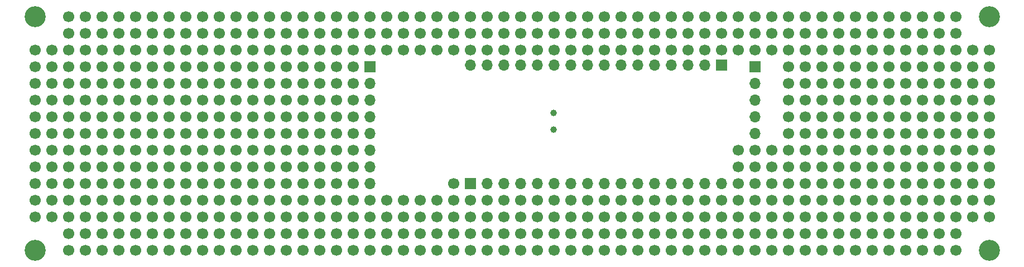
<source format=gbr>
%TF.GenerationSoftware,KiCad,Pcbnew,8.0.0-1.fc39*%
%TF.CreationDate,2024-05-13T23:19:07+02:00*%
%TF.ProjectId,mcu_dev,6d63755f-6465-4762-9e6b-696361645f70,rev?*%
%TF.SameCoordinates,Original*%
%TF.FileFunction,Soldermask,Bot*%
%TF.FilePolarity,Negative*%
%FSLAX46Y46*%
G04 Gerber Fmt 4.6, Leading zero omitted, Abs format (unit mm)*
G04 Created by KiCad (PCBNEW 8.0.0-1.fc39) date 2024-05-13 23:19:07*
%MOMM*%
%LPD*%
G01*
G04 APERTURE LIST*
%ADD10C,1.700000*%
%ADD11C,3.200000*%
%ADD12R,1.700000X1.700000*%
%ADD13O,1.700000X1.700000*%
%ADD14C,1.000000*%
G04 APERTURE END LIST*
D10*
%TO.C,*%
X203200000Y-88900000D03*
%TD*%
%TO.C,*%
X198120000Y-88900000D03*
%TD*%
%TO.C,*%
X200660000Y-88900000D03*
%TD*%
%TO.C,*%
X142240000Y-88900000D03*
%TD*%
%TO.C,*%
X149860000Y-88900000D03*
%TD*%
%TO.C,*%
X139700000Y-88900000D03*
%TD*%
%TO.C,*%
X147320000Y-88900000D03*
%TD*%
%TO.C,*%
X154940000Y-88900000D03*
%TD*%
%TO.C,*%
X144780000Y-88900000D03*
%TD*%
%TO.C,*%
X152400000Y-88900000D03*
%TD*%
%TO.C,*%
X147320000Y-111760000D03*
%TD*%
%TO.C,*%
X144780000Y-111760000D03*
%TD*%
%TO.C,*%
X149860000Y-111760000D03*
%TD*%
%TO.C,*%
X142240000Y-111760000D03*
%TD*%
%TO.C,*%
X139700000Y-111760000D03*
%TD*%
%TO.C,*%
X154940000Y-109220000D03*
%TD*%
%TO.C,*%
X154940000Y-111760000D03*
%TD*%
%TO.C,*%
X152400000Y-111760000D03*
%TD*%
%TO.C,*%
X203200000Y-106680000D03*
%TD*%
%TO.C,*%
X198120000Y-106680000D03*
%TD*%
%TO.C,*%
X200660000Y-104140000D03*
%TD*%
%TO.C,*%
X198120000Y-104140000D03*
%TD*%
%TO.C,*%
X203200000Y-104140000D03*
%TD*%
%TO.C,*%
X200660000Y-106680000D03*
%TD*%
%TO.C,*%
X203200000Y-111760000D03*
%TD*%
%TO.C,*%
X198120000Y-111760000D03*
%TD*%
%TO.C,*%
X200660000Y-109220000D03*
%TD*%
%TO.C,*%
X198120000Y-109220000D03*
%TD*%
%TO.C,*%
X203200000Y-109220000D03*
%TD*%
%TO.C,*%
X200660000Y-111760000D03*
%TD*%
%TO.C,*%
X139700000Y-109220000D03*
%TD*%
%TO.C,*%
X139700000Y-96520000D03*
%TD*%
%TO.C,*%
X139700000Y-101600000D03*
%TD*%
%TO.C,*%
X139700000Y-93980000D03*
%TD*%
%TO.C,*%
X139700000Y-91440000D03*
%TD*%
%TO.C,*%
X139700000Y-99060000D03*
%TD*%
%TO.C,*%
X139700000Y-104140000D03*
%TD*%
%TO.C,*%
X139700000Y-106680000D03*
%TD*%
%TO.C,*%
X180340000Y-111760000D03*
%TD*%
%TO.C,*%
X170180000Y-111760000D03*
%TD*%
%TO.C,*%
X193040000Y-111760000D03*
%TD*%
%TO.C,*%
X185420000Y-111760000D03*
%TD*%
%TO.C,*%
X195580000Y-111760000D03*
%TD*%
%TO.C,*%
X177800000Y-111760000D03*
%TD*%
%TO.C,*%
X187960000Y-111760000D03*
%TD*%
%TO.C,*%
X157480000Y-111760000D03*
%TD*%
%TO.C,*%
X175260000Y-111760000D03*
%TD*%
%TO.C,*%
X172720000Y-111760000D03*
%TD*%
%TO.C,*%
X162560000Y-111760000D03*
%TD*%
%TO.C,*%
X165100000Y-111760000D03*
%TD*%
%TO.C,*%
X167640000Y-111760000D03*
%TD*%
%TO.C,*%
X160020000Y-111760000D03*
%TD*%
%TO.C,*%
X182880000Y-111760000D03*
%TD*%
%TO.C,*%
X190500000Y-111760000D03*
%TD*%
%TO.C,*%
X190500000Y-88900000D03*
%TD*%
%TO.C,*%
X162560000Y-88900000D03*
%TD*%
%TO.C,*%
X180340000Y-88900000D03*
%TD*%
%TO.C,*%
X167640000Y-88900000D03*
%TD*%
%TO.C,*%
X157480000Y-88900000D03*
%TD*%
%TO.C,*%
X172720000Y-88900000D03*
%TD*%
%TO.C,*%
X170180000Y-88900000D03*
%TD*%
%TO.C,*%
X185420000Y-88900000D03*
%TD*%
%TO.C,*%
X182880000Y-88900000D03*
%TD*%
%TO.C,*%
X195580000Y-88900000D03*
%TD*%
%TO.C,*%
X165100000Y-88900000D03*
%TD*%
%TO.C,*%
X175260000Y-88900000D03*
%TD*%
%TO.C,*%
X187960000Y-88900000D03*
%TD*%
%TO.C,*%
X177800000Y-88900000D03*
%TD*%
%TO.C,*%
X193040000Y-88900000D03*
%TD*%
%TO.C,*%
X160020000Y-88900000D03*
%TD*%
%TO.C,*%
X137160000Y-111760000D03*
%TD*%
%TO.C,*%
X137160000Y-93980000D03*
%TD*%
%TO.C,*%
X137160000Y-96520000D03*
%TD*%
%TO.C,*%
X137160000Y-91440000D03*
%TD*%
%TO.C,*%
X137160000Y-104140000D03*
%TD*%
%TO.C,*%
X137160000Y-101600000D03*
%TD*%
%TO.C,*%
X137160000Y-106680000D03*
%TD*%
%TO.C,*%
X137160000Y-109220000D03*
%TD*%
%TO.C,*%
X137160000Y-88900000D03*
%TD*%
%TO.C,*%
X137160000Y-99060000D03*
%TD*%
%TO.C,*%
X236220000Y-104140000D03*
%TD*%
%TO.C,*%
X236220000Y-88900000D03*
%TD*%
%TO.C,*%
X236220000Y-93980000D03*
%TD*%
%TO.C,*%
X236220000Y-96520000D03*
%TD*%
%TO.C,*%
X236220000Y-91440000D03*
%TD*%
%TO.C,*%
X236220000Y-111760000D03*
%TD*%
%TO.C,*%
X236220000Y-101600000D03*
%TD*%
%TO.C,*%
X236220000Y-106680000D03*
%TD*%
%TO.C,*%
X236220000Y-99060000D03*
%TD*%
%TO.C,*%
X236220000Y-109220000D03*
%TD*%
%TO.C,*%
X223520000Y-111760000D03*
%TD*%
%TO.C,*%
X220980000Y-106680000D03*
%TD*%
%TO.C,*%
X220980000Y-109220000D03*
%TD*%
%TO.C,*%
X228600000Y-109220000D03*
%TD*%
%TO.C,*%
X233680000Y-111760000D03*
%TD*%
%TO.C,*%
X213360000Y-109220000D03*
%TD*%
%TO.C,*%
X231140000Y-109220000D03*
%TD*%
%TO.C,*%
X213360000Y-88900000D03*
%TD*%
%TO.C,*%
X231140000Y-93980000D03*
%TD*%
%TO.C,*%
X213360000Y-93980000D03*
%TD*%
%TO.C,*%
X233680000Y-93980000D03*
%TD*%
%TO.C,*%
X220980000Y-99060000D03*
%TD*%
%TO.C,*%
X210820000Y-99060000D03*
%TD*%
%TO.C,*%
X220980000Y-101600000D03*
%TD*%
%TO.C,*%
X210820000Y-101600000D03*
%TD*%
%TO.C,*%
X226060000Y-91440000D03*
%TD*%
%TO.C,*%
X218440000Y-91440000D03*
%TD*%
%TO.C,*%
X208280000Y-91440000D03*
%TD*%
%TO.C,*%
X228600000Y-93980000D03*
%TD*%
%TO.C,*%
X233680000Y-96520000D03*
%TD*%
%TO.C,*%
X228600000Y-88900000D03*
%TD*%
%TO.C,*%
X231140000Y-88900000D03*
%TD*%
%TO.C,*%
X226060000Y-106680000D03*
%TD*%
%TO.C,*%
X218440000Y-106680000D03*
%TD*%
%TO.C,*%
X208280000Y-106680000D03*
%TD*%
%TO.C,*%
X205740000Y-106680000D03*
%TD*%
%TO.C,*%
X215900000Y-104140000D03*
%TD*%
%TO.C,*%
X215900000Y-106680000D03*
%TD*%
%TO.C,*%
X208280000Y-96520000D03*
%TD*%
%TO.C,*%
X205740000Y-96520000D03*
%TD*%
%TO.C,*%
X215900000Y-93980000D03*
%TD*%
%TO.C,*%
X215900000Y-96520000D03*
%TD*%
%TO.C,*%
X213360000Y-96520000D03*
%TD*%
%TO.C,*%
X231140000Y-96520000D03*
%TD*%
%TO.C,*%
X228600000Y-96520000D03*
%TD*%
%TO.C,*%
X226060000Y-93980000D03*
%TD*%
%TO.C,*%
X218440000Y-93980000D03*
%TD*%
%TO.C,*%
X213360000Y-106680000D03*
%TD*%
%TO.C,*%
X231140000Y-106680000D03*
%TD*%
%TO.C,*%
X228600000Y-106680000D03*
%TD*%
%TO.C,*%
X226060000Y-104140000D03*
%TD*%
%TO.C,*%
X218440000Y-104140000D03*
%TD*%
%TO.C,*%
X208280000Y-104140000D03*
%TD*%
%TO.C,*%
X233680000Y-91440000D03*
%TD*%
%TO.C,*%
X213360000Y-99060000D03*
%TD*%
%TO.C,*%
X220980000Y-111760000D03*
%TD*%
%TO.C,*%
X210820000Y-111760000D03*
%TD*%
%TO.C,*%
X205740000Y-91440000D03*
%TD*%
%TO.C,*%
X215900000Y-88900000D03*
%TD*%
%TO.C,*%
X215900000Y-91440000D03*
%TD*%
%TO.C,*%
X213360000Y-91440000D03*
%TD*%
%TO.C,*%
X231140000Y-91440000D03*
%TD*%
%TO.C,*%
X228600000Y-91440000D03*
%TD*%
%TO.C,*%
X226060000Y-88900000D03*
%TD*%
%TO.C,*%
X218440000Y-88900000D03*
%TD*%
%TO.C,*%
X210820000Y-96520000D03*
%TD*%
%TO.C,*%
X220980000Y-93980000D03*
%TD*%
%TO.C,*%
X210820000Y-93980000D03*
%TD*%
%TO.C,*%
X213360000Y-104140000D03*
%TD*%
%TO.C,*%
X220980000Y-104140000D03*
%TD*%
%TO.C,*%
X210820000Y-106680000D03*
%TD*%
%TO.C,*%
X208280000Y-93980000D03*
%TD*%
%TO.C,*%
X205740000Y-93980000D03*
%TD*%
%TO.C,*%
X223520000Y-93980000D03*
%TD*%
%TO.C,*%
X223520000Y-96520000D03*
%TD*%
%TO.C,*%
X220980000Y-96520000D03*
%TD*%
%TO.C,*%
X231140000Y-104140000D03*
%TD*%
%TO.C,*%
X233680000Y-104140000D03*
%TD*%
%TO.C,*%
X228600000Y-104140000D03*
%TD*%
%TO.C,*%
X210820000Y-104140000D03*
%TD*%
%TO.C,*%
X215900000Y-99060000D03*
%TD*%
%TO.C,*%
X215900000Y-101600000D03*
%TD*%
%TO.C,*%
X213360000Y-101600000D03*
%TD*%
%TO.C,*%
X231140000Y-101600000D03*
%TD*%
%TO.C,*%
X228600000Y-101600000D03*
%TD*%
%TO.C,*%
X226060000Y-99060000D03*
%TD*%
%TO.C,*%
X218440000Y-99060000D03*
%TD*%
%TO.C,*%
X208280000Y-99060000D03*
%TD*%
%TO.C,*%
X205740000Y-99060000D03*
%TD*%
%TO.C,*%
X223520000Y-99060000D03*
%TD*%
%TO.C,*%
X223520000Y-101600000D03*
%TD*%
%TO.C,*%
X218440000Y-109220000D03*
%TD*%
%TO.C,*%
X208280000Y-109220000D03*
%TD*%
%TO.C,*%
X205740000Y-104140000D03*
%TD*%
%TO.C,*%
X223520000Y-106680000D03*
%TD*%
%TO.C,*%
X233680000Y-101600000D03*
%TD*%
%TO.C,*%
X233680000Y-106680000D03*
%TD*%
%TO.C,*%
X226060000Y-96520000D03*
%TD*%
%TO.C,*%
X218440000Y-96520000D03*
%TD*%
%TO.C,*%
X223520000Y-104140000D03*
%TD*%
%TO.C,*%
X231140000Y-111760000D03*
%TD*%
%TO.C,*%
X228600000Y-111760000D03*
%TD*%
%TO.C,*%
X226060000Y-109220000D03*
%TD*%
%TO.C,*%
X205740000Y-109220000D03*
%TD*%
%TO.C,*%
X223520000Y-109220000D03*
%TD*%
%TO.C,*%
X226060000Y-111760000D03*
%TD*%
%TO.C,*%
X218440000Y-111760000D03*
%TD*%
%TO.C,*%
X208280000Y-111760000D03*
%TD*%
%TO.C,*%
X205740000Y-111760000D03*
%TD*%
%TO.C,*%
X215900000Y-109220000D03*
%TD*%
%TO.C,*%
X215900000Y-111760000D03*
%TD*%
%TO.C,*%
X213360000Y-111760000D03*
%TD*%
%TO.C,*%
X233680000Y-109220000D03*
%TD*%
%TO.C,*%
X210820000Y-109220000D03*
%TD*%
%TO.C,*%
X226060000Y-101600000D03*
%TD*%
%TO.C,*%
X218440000Y-101600000D03*
%TD*%
%TO.C,*%
X208280000Y-101600000D03*
%TD*%
%TO.C,*%
X205740000Y-101600000D03*
%TD*%
%TO.C,*%
X233680000Y-88900000D03*
%TD*%
%TO.C,*%
X233680000Y-99060000D03*
%TD*%
%TO.C,*%
X228600000Y-99060000D03*
%TD*%
%TO.C,*%
X231140000Y-99060000D03*
%TD*%
%TO.C,*%
X208280000Y-88900000D03*
%TD*%
%TO.C,*%
X205740000Y-88900000D03*
%TD*%
%TO.C,*%
X223520000Y-88900000D03*
%TD*%
%TO.C,*%
X223520000Y-91440000D03*
%TD*%
%TO.C,*%
X220980000Y-91440000D03*
%TD*%
%TO.C,*%
X210820000Y-91440000D03*
%TD*%
%TO.C,*%
X220980000Y-88900000D03*
%TD*%
%TO.C,*%
X210820000Y-88900000D03*
%TD*%
%TO.C,*%
X91440000Y-96520000D03*
%TD*%
%TO.C,*%
X91440000Y-101600000D03*
%TD*%
%TO.C,*%
X91440000Y-93980000D03*
%TD*%
%TO.C,*%
X93980000Y-106680000D03*
%TD*%
%TO.C,*%
X93980000Y-96520000D03*
%TD*%
%TO.C,*%
X91440000Y-91440000D03*
%TD*%
%TO.C,*%
X93980000Y-114300000D03*
%TD*%
%TO.C,*%
X93980000Y-91440000D03*
%TD*%
%TO.C,*%
X93980000Y-93980000D03*
%TD*%
%TO.C,*%
X91440000Y-104140000D03*
%TD*%
%TO.C,*%
X93980000Y-99060000D03*
%TD*%
%TO.C,*%
X93980000Y-109220000D03*
%TD*%
%TO.C,*%
X93980000Y-104140000D03*
%TD*%
%TO.C,*%
X91440000Y-106680000D03*
%TD*%
%TO.C,*%
X91440000Y-114300000D03*
%TD*%
%TO.C,*%
X93980000Y-111760000D03*
%TD*%
%TO.C,*%
X91440000Y-109220000D03*
%TD*%
%TO.C,*%
X91440000Y-111760000D03*
%TD*%
%TO.C,*%
X93980000Y-101600000D03*
%TD*%
%TO.C,*%
X91440000Y-88900000D03*
%TD*%
%TO.C,*%
X91440000Y-99060000D03*
%TD*%
%TO.C,*%
X93980000Y-88900000D03*
%TD*%
%TO.C,*%
X233680000Y-114300000D03*
%TD*%
%TO.C,*%
X226060000Y-114300000D03*
%TD*%
%TO.C,*%
X223520000Y-114300000D03*
%TD*%
%TO.C,*%
X231140000Y-114300000D03*
%TD*%
%TO.C,*%
X218440000Y-116840000D03*
%TD*%
%TO.C,*%
X220980000Y-114300000D03*
%TD*%
%TO.C,*%
X220980000Y-116840000D03*
%TD*%
%TO.C,*%
X228600000Y-116840000D03*
%TD*%
%TO.C,*%
X223520000Y-116840000D03*
%TD*%
%TO.C,*%
X218440000Y-114300000D03*
%TD*%
%TO.C,*%
X226060000Y-116840000D03*
%TD*%
%TO.C,*%
X236220000Y-114300000D03*
%TD*%
%TO.C,*%
X231140000Y-116840000D03*
%TD*%
%TO.C,*%
X228600000Y-114300000D03*
%TD*%
%TO.C,*%
X193040000Y-114300000D03*
%TD*%
%TO.C,*%
X185420000Y-114300000D03*
%TD*%
%TO.C,*%
X213360000Y-114300000D03*
%TD*%
%TO.C,*%
X182880000Y-114300000D03*
%TD*%
%TO.C,*%
X203200000Y-114300000D03*
%TD*%
%TO.C,*%
X190500000Y-114300000D03*
%TD*%
%TO.C,*%
X177800000Y-116840000D03*
%TD*%
%TO.C,*%
X213360000Y-116840000D03*
%TD*%
%TO.C,*%
X210820000Y-116840000D03*
%TD*%
%TO.C,*%
X205740000Y-114300000D03*
%TD*%
%TO.C,*%
X208280000Y-114300000D03*
%TD*%
%TO.C,*%
X200660000Y-114300000D03*
%TD*%
%TO.C,*%
X180340000Y-114300000D03*
%TD*%
%TO.C,*%
X180340000Y-116840000D03*
%TD*%
%TO.C,*%
X187960000Y-116840000D03*
%TD*%
%TO.C,*%
X198120000Y-114300000D03*
%TD*%
%TO.C,*%
X198120000Y-116840000D03*
%TD*%
%TO.C,*%
X195580000Y-116840000D03*
%TD*%
%TO.C,*%
X182880000Y-116840000D03*
%TD*%
%TO.C,*%
X177800000Y-114300000D03*
%TD*%
%TO.C,*%
X215900000Y-114300000D03*
%TD*%
%TO.C,*%
X185420000Y-116840000D03*
%TD*%
%TO.C,*%
X210820000Y-114300000D03*
%TD*%
%TO.C,*%
X195580000Y-114300000D03*
%TD*%
%TO.C,*%
X205740000Y-116840000D03*
%TD*%
%TO.C,*%
X208280000Y-116840000D03*
%TD*%
%TO.C,*%
X200660000Y-116840000D03*
%TD*%
%TO.C,*%
X190500000Y-116840000D03*
%TD*%
%TO.C,*%
X215900000Y-116840000D03*
%TD*%
%TO.C,*%
X203200000Y-116840000D03*
%TD*%
%TO.C,*%
X193040000Y-116840000D03*
%TD*%
%TO.C,*%
X187960000Y-114300000D03*
%TD*%
%TO.C,*%
X152400000Y-114300000D03*
%TD*%
%TO.C,*%
X144780000Y-114300000D03*
%TD*%
%TO.C,*%
X172720000Y-114300000D03*
%TD*%
%TO.C,*%
X142240000Y-114300000D03*
%TD*%
%TO.C,*%
X162560000Y-114300000D03*
%TD*%
%TO.C,*%
X149860000Y-114300000D03*
%TD*%
%TO.C,*%
X137160000Y-116840000D03*
%TD*%
%TO.C,*%
X172720000Y-116840000D03*
%TD*%
%TO.C,*%
X170180000Y-116840000D03*
%TD*%
%TO.C,*%
X165100000Y-114300000D03*
%TD*%
%TO.C,*%
X167640000Y-114300000D03*
%TD*%
%TO.C,*%
X160020000Y-114300000D03*
%TD*%
%TO.C,*%
X139700000Y-114300000D03*
%TD*%
%TO.C,*%
X139700000Y-116840000D03*
%TD*%
%TO.C,*%
X147320000Y-116840000D03*
%TD*%
%TO.C,*%
X157480000Y-114300000D03*
%TD*%
%TO.C,*%
X157480000Y-116840000D03*
%TD*%
%TO.C,*%
X154940000Y-116840000D03*
%TD*%
%TO.C,*%
X142240000Y-116840000D03*
%TD*%
%TO.C,*%
X137160000Y-114300000D03*
%TD*%
%TO.C,*%
X175260000Y-114300000D03*
%TD*%
%TO.C,*%
X144780000Y-116840000D03*
%TD*%
%TO.C,*%
X170180000Y-114300000D03*
%TD*%
%TO.C,*%
X154940000Y-114300000D03*
%TD*%
%TO.C,*%
X165100000Y-116840000D03*
%TD*%
%TO.C,*%
X167640000Y-116840000D03*
%TD*%
%TO.C,*%
X160020000Y-116840000D03*
%TD*%
%TO.C,*%
X149860000Y-116840000D03*
%TD*%
%TO.C,*%
X175260000Y-116840000D03*
%TD*%
%TO.C,*%
X162560000Y-116840000D03*
%TD*%
%TO.C,*%
X152400000Y-116840000D03*
%TD*%
%TO.C,*%
X147320000Y-114300000D03*
%TD*%
%TO.C,*%
X231140000Y-119380000D03*
%TD*%
%TO.C,*%
X208280000Y-119380000D03*
%TD*%
%TO.C,*%
X137160000Y-119380000D03*
%TD*%
%TO.C,*%
X116840000Y-119380000D03*
%TD*%
%TO.C,*%
X154940000Y-119380000D03*
%TD*%
%TO.C,*%
X210820000Y-119380000D03*
%TD*%
%TO.C,*%
X220980000Y-119380000D03*
%TD*%
%TO.C,*%
X144780000Y-119380000D03*
%TD*%
%TO.C,*%
X170180000Y-119380000D03*
%TD*%
%TO.C,*%
X185420000Y-119380000D03*
%TD*%
%TO.C,*%
X182880000Y-119380000D03*
%TD*%
%TO.C,*%
X195580000Y-119380000D03*
%TD*%
%TO.C,*%
X223520000Y-119380000D03*
%TD*%
%TO.C,*%
X127000000Y-119380000D03*
%TD*%
%TO.C,*%
X119380000Y-119380000D03*
%TD*%
%TO.C,*%
X190500000Y-119380000D03*
%TD*%
%TO.C,*%
X109220000Y-119380000D03*
%TD*%
%TO.C,*%
X99060000Y-119380000D03*
%TD*%
%TO.C,*%
X106680000Y-119380000D03*
%TD*%
%TO.C,*%
X205740000Y-119380000D03*
%TD*%
%TO.C,*%
X203200000Y-119380000D03*
%TD*%
%TO.C,*%
X124460000Y-119380000D03*
%TD*%
%TO.C,*%
X198120000Y-119380000D03*
%TD*%
%TO.C,*%
X121920000Y-119380000D03*
%TD*%
%TO.C,*%
X165100000Y-119380000D03*
%TD*%
%TO.C,*%
X111760000Y-119380000D03*
%TD*%
%TO.C,*%
X175260000Y-119380000D03*
%TD*%
%TO.C,*%
X215900000Y-119380000D03*
%TD*%
%TO.C,*%
X187960000Y-119380000D03*
%TD*%
%TO.C,*%
X104140000Y-119380000D03*
%TD*%
%TO.C,*%
X213360000Y-119380000D03*
%TD*%
%TO.C,*%
X96520000Y-119380000D03*
%TD*%
%TO.C,*%
X226060000Y-119380000D03*
%TD*%
%TO.C,*%
X177800000Y-119380000D03*
%TD*%
%TO.C,*%
X134620000Y-119380000D03*
%TD*%
%TO.C,*%
X152400000Y-119380000D03*
%TD*%
%TO.C,*%
X167640000Y-119380000D03*
%TD*%
%TO.C,*%
X147320000Y-119380000D03*
%TD*%
%TO.C,*%
X157480000Y-119380000D03*
%TD*%
%TO.C,*%
X172720000Y-119380000D03*
%TD*%
%TO.C,*%
X101600000Y-119380000D03*
%TD*%
%TO.C,*%
X142240000Y-119380000D03*
%TD*%
%TO.C,*%
X132080000Y-119380000D03*
%TD*%
%TO.C,*%
X149860000Y-119380000D03*
%TD*%
%TO.C,*%
X180340000Y-119380000D03*
%TD*%
%TO.C,*%
X129540000Y-119380000D03*
%TD*%
%TO.C,*%
X139700000Y-119380000D03*
%TD*%
%TO.C,*%
X228600000Y-119380000D03*
%TD*%
%TO.C,*%
X162560000Y-119380000D03*
%TD*%
%TO.C,*%
X200660000Y-119380000D03*
%TD*%
%TO.C,*%
X114300000Y-119380000D03*
%TD*%
%TO.C,*%
X160020000Y-119380000D03*
%TD*%
%TO.C,*%
X193040000Y-119380000D03*
%TD*%
%TO.C,*%
X218440000Y-119380000D03*
%TD*%
%TO.C,*%
X127000000Y-116840000D03*
%TD*%
%TO.C,*%
X119380000Y-116840000D03*
%TD*%
%TO.C,*%
X109220000Y-116840000D03*
%TD*%
%TO.C,*%
X99060000Y-116840000D03*
%TD*%
%TO.C,*%
X106680000Y-116840000D03*
%TD*%
%TO.C,*%
X116840000Y-114300000D03*
%TD*%
%TO.C,*%
X116840000Y-116840000D03*
%TD*%
%TO.C,*%
X114300000Y-116840000D03*
%TD*%
%TO.C,*%
X101600000Y-116840000D03*
%TD*%
%TO.C,*%
X132080000Y-116840000D03*
%TD*%
%TO.C,*%
X129540000Y-116840000D03*
%TD*%
%TO.C,*%
X127000000Y-114300000D03*
%TD*%
%TO.C,*%
X119380000Y-114300000D03*
%TD*%
%TO.C,*%
X109220000Y-114300000D03*
%TD*%
%TO.C,*%
X99060000Y-114300000D03*
%TD*%
%TO.C,*%
X106680000Y-114300000D03*
%TD*%
%TO.C,*%
X124460000Y-114300000D03*
%TD*%
%TO.C,*%
X124460000Y-116840000D03*
%TD*%
%TO.C,*%
X121920000Y-116840000D03*
%TD*%
%TO.C,*%
X111760000Y-116840000D03*
%TD*%
%TO.C,*%
X121920000Y-114300000D03*
%TD*%
%TO.C,*%
X111760000Y-114300000D03*
%TD*%
%TO.C,*%
X104140000Y-116840000D03*
%TD*%
%TO.C,*%
X96520000Y-116840000D03*
%TD*%
%TO.C,*%
X134620000Y-116840000D03*
%TD*%
%TO.C,*%
X104140000Y-114300000D03*
%TD*%
%TO.C,*%
X96520000Y-114300000D03*
%TD*%
%TO.C,*%
X134620000Y-114300000D03*
%TD*%
%TO.C,*%
X101600000Y-114300000D03*
%TD*%
%TO.C,*%
X132080000Y-114300000D03*
%TD*%
%TO.C,*%
X129540000Y-114300000D03*
%TD*%
%TO.C,*%
X114300000Y-114300000D03*
%TD*%
%TO.C,*%
X127000000Y-111760000D03*
%TD*%
%TO.C,*%
X119380000Y-111760000D03*
%TD*%
%TO.C,*%
X109220000Y-111760000D03*
%TD*%
%TO.C,*%
X99060000Y-111760000D03*
%TD*%
%TO.C,*%
X106680000Y-111760000D03*
%TD*%
%TO.C,*%
X116840000Y-109220000D03*
%TD*%
%TO.C,*%
X116840000Y-111760000D03*
%TD*%
%TO.C,*%
X114300000Y-111760000D03*
%TD*%
%TO.C,*%
X101600000Y-111760000D03*
%TD*%
%TO.C,*%
X132080000Y-111760000D03*
%TD*%
%TO.C,*%
X129540000Y-111760000D03*
%TD*%
%TO.C,*%
X127000000Y-109220000D03*
%TD*%
%TO.C,*%
X119380000Y-109220000D03*
%TD*%
%TO.C,*%
X109220000Y-109220000D03*
%TD*%
%TO.C,*%
X99060000Y-109220000D03*
%TD*%
%TO.C,*%
X106680000Y-109220000D03*
%TD*%
%TO.C,*%
X124460000Y-109220000D03*
%TD*%
%TO.C,*%
X124460000Y-111760000D03*
%TD*%
%TO.C,*%
X121920000Y-111760000D03*
%TD*%
%TO.C,*%
X111760000Y-111760000D03*
%TD*%
%TO.C,*%
X121920000Y-109220000D03*
%TD*%
%TO.C,*%
X111760000Y-109220000D03*
%TD*%
%TO.C,*%
X104140000Y-111760000D03*
%TD*%
%TO.C,*%
X96520000Y-111760000D03*
%TD*%
%TO.C,*%
X134620000Y-111760000D03*
%TD*%
%TO.C,*%
X104140000Y-109220000D03*
%TD*%
%TO.C,*%
X96520000Y-109220000D03*
%TD*%
%TO.C,*%
X134620000Y-109220000D03*
%TD*%
%TO.C,*%
X101600000Y-109220000D03*
%TD*%
%TO.C,*%
X132080000Y-109220000D03*
%TD*%
%TO.C,*%
X129540000Y-109220000D03*
%TD*%
%TO.C,*%
X114300000Y-109220000D03*
%TD*%
%TO.C,*%
X127000000Y-106680000D03*
%TD*%
%TO.C,*%
X119380000Y-106680000D03*
%TD*%
%TO.C,*%
X109220000Y-106680000D03*
%TD*%
%TO.C,*%
X99060000Y-106680000D03*
%TD*%
%TO.C,*%
X106680000Y-106680000D03*
%TD*%
%TO.C,*%
X116840000Y-104140000D03*
%TD*%
%TO.C,*%
X116840000Y-106680000D03*
%TD*%
%TO.C,*%
X114300000Y-106680000D03*
%TD*%
%TO.C,*%
X101600000Y-106680000D03*
%TD*%
%TO.C,*%
X132080000Y-106680000D03*
%TD*%
%TO.C,*%
X129540000Y-106680000D03*
%TD*%
%TO.C,*%
X127000000Y-104140000D03*
%TD*%
%TO.C,*%
X119380000Y-104140000D03*
%TD*%
%TO.C,*%
X109220000Y-104140000D03*
%TD*%
%TO.C,*%
X99060000Y-104140000D03*
%TD*%
%TO.C,*%
X106680000Y-104140000D03*
%TD*%
%TO.C,*%
X124460000Y-104140000D03*
%TD*%
%TO.C,*%
X124460000Y-106680000D03*
%TD*%
%TO.C,*%
X121920000Y-106680000D03*
%TD*%
%TO.C,*%
X111760000Y-106680000D03*
%TD*%
%TO.C,*%
X121920000Y-104140000D03*
%TD*%
%TO.C,*%
X111760000Y-104140000D03*
%TD*%
%TO.C,*%
X104140000Y-106680000D03*
%TD*%
%TO.C,*%
X96520000Y-106680000D03*
%TD*%
%TO.C,*%
X134620000Y-106680000D03*
%TD*%
%TO.C,*%
X104140000Y-104140000D03*
%TD*%
%TO.C,*%
X96520000Y-104140000D03*
%TD*%
%TO.C,*%
X134620000Y-104140000D03*
%TD*%
%TO.C,*%
X101600000Y-104140000D03*
%TD*%
%TO.C,*%
X132080000Y-104140000D03*
%TD*%
%TO.C,*%
X129540000Y-104140000D03*
%TD*%
%TO.C,*%
X114300000Y-104140000D03*
%TD*%
%TO.C,*%
X127000000Y-101600000D03*
%TD*%
%TO.C,*%
X119380000Y-101600000D03*
%TD*%
%TO.C,*%
X109220000Y-101600000D03*
%TD*%
%TO.C,*%
X99060000Y-101600000D03*
%TD*%
%TO.C,*%
X106680000Y-101600000D03*
%TD*%
%TO.C,*%
X116840000Y-99060000D03*
%TD*%
%TO.C,*%
X116840000Y-101600000D03*
%TD*%
%TO.C,*%
X114300000Y-101600000D03*
%TD*%
%TO.C,*%
X101600000Y-101600000D03*
%TD*%
%TO.C,*%
X132080000Y-101600000D03*
%TD*%
%TO.C,*%
X129540000Y-101600000D03*
%TD*%
%TO.C,*%
X127000000Y-99060000D03*
%TD*%
%TO.C,*%
X119380000Y-99060000D03*
%TD*%
%TO.C,*%
X109220000Y-99060000D03*
%TD*%
%TO.C,*%
X99060000Y-99060000D03*
%TD*%
%TO.C,*%
X106680000Y-99060000D03*
%TD*%
%TO.C,*%
X124460000Y-99060000D03*
%TD*%
%TO.C,*%
X124460000Y-101600000D03*
%TD*%
%TO.C,*%
X121920000Y-101600000D03*
%TD*%
%TO.C,*%
X111760000Y-101600000D03*
%TD*%
%TO.C,*%
X121920000Y-99060000D03*
%TD*%
%TO.C,*%
X111760000Y-99060000D03*
%TD*%
%TO.C,*%
X104140000Y-101600000D03*
%TD*%
%TO.C,*%
X96520000Y-101600000D03*
%TD*%
%TO.C,*%
X134620000Y-101600000D03*
%TD*%
%TO.C,*%
X104140000Y-99060000D03*
%TD*%
%TO.C,*%
X96520000Y-99060000D03*
%TD*%
%TO.C,*%
X134620000Y-99060000D03*
%TD*%
%TO.C,*%
X101600000Y-99060000D03*
%TD*%
%TO.C,*%
X132080000Y-99060000D03*
%TD*%
%TO.C,*%
X129540000Y-99060000D03*
%TD*%
%TO.C,*%
X114300000Y-99060000D03*
%TD*%
%TO.C,*%
X127000000Y-96520000D03*
%TD*%
%TO.C,*%
X119380000Y-96520000D03*
%TD*%
%TO.C,*%
X109220000Y-96520000D03*
%TD*%
%TO.C,*%
X99060000Y-96520000D03*
%TD*%
%TO.C,*%
X106680000Y-96520000D03*
%TD*%
%TO.C,*%
X116840000Y-93980000D03*
%TD*%
%TO.C,*%
X116840000Y-96520000D03*
%TD*%
%TO.C,*%
X114300000Y-96520000D03*
%TD*%
%TO.C,*%
X101600000Y-96520000D03*
%TD*%
%TO.C,*%
X132080000Y-96520000D03*
%TD*%
%TO.C,*%
X129540000Y-96520000D03*
%TD*%
%TO.C,*%
X127000000Y-93980000D03*
%TD*%
%TO.C,*%
X119380000Y-93980000D03*
%TD*%
%TO.C,*%
X109220000Y-93980000D03*
%TD*%
%TO.C,*%
X99060000Y-93980000D03*
%TD*%
%TO.C,*%
X106680000Y-93980000D03*
%TD*%
%TO.C,*%
X124460000Y-93980000D03*
%TD*%
%TO.C,*%
X124460000Y-96520000D03*
%TD*%
%TO.C,*%
X121920000Y-96520000D03*
%TD*%
%TO.C,*%
X111760000Y-96520000D03*
%TD*%
%TO.C,*%
X121920000Y-93980000D03*
%TD*%
%TO.C,*%
X111760000Y-93980000D03*
%TD*%
%TO.C,*%
X104140000Y-96520000D03*
%TD*%
%TO.C,*%
X96520000Y-96520000D03*
%TD*%
%TO.C,*%
X134620000Y-96520000D03*
%TD*%
%TO.C,*%
X104140000Y-93980000D03*
%TD*%
%TO.C,*%
X96520000Y-93980000D03*
%TD*%
%TO.C,*%
X134620000Y-93980000D03*
%TD*%
%TO.C,*%
X101600000Y-93980000D03*
%TD*%
%TO.C,*%
X132080000Y-93980000D03*
%TD*%
%TO.C,*%
X129540000Y-93980000D03*
%TD*%
%TO.C,*%
X114300000Y-93980000D03*
%TD*%
%TO.C,*%
X127000000Y-91440000D03*
%TD*%
%TO.C,*%
X119380000Y-91440000D03*
%TD*%
%TO.C,*%
X109220000Y-91440000D03*
%TD*%
%TO.C,*%
X99060000Y-91440000D03*
%TD*%
%TO.C,*%
X106680000Y-91440000D03*
%TD*%
%TO.C,*%
X116840000Y-88900000D03*
%TD*%
%TO.C,*%
X116840000Y-91440000D03*
%TD*%
%TO.C,*%
X114300000Y-91440000D03*
%TD*%
%TO.C,*%
X101600000Y-91440000D03*
%TD*%
%TO.C,*%
X132080000Y-91440000D03*
%TD*%
%TO.C,*%
X129540000Y-91440000D03*
%TD*%
%TO.C,*%
X127000000Y-88900000D03*
%TD*%
%TO.C,*%
X119380000Y-88900000D03*
%TD*%
%TO.C,*%
X109220000Y-88900000D03*
%TD*%
%TO.C,*%
X99060000Y-88900000D03*
%TD*%
%TO.C,*%
X106680000Y-88900000D03*
%TD*%
%TO.C,*%
X124460000Y-88900000D03*
%TD*%
%TO.C,*%
X124460000Y-91440000D03*
%TD*%
%TO.C,*%
X121920000Y-91440000D03*
%TD*%
%TO.C,*%
X111760000Y-91440000D03*
%TD*%
%TO.C,*%
X121920000Y-88900000D03*
%TD*%
%TO.C,*%
X111760000Y-88900000D03*
%TD*%
%TO.C,*%
X104140000Y-91440000D03*
%TD*%
%TO.C,*%
X96520000Y-91440000D03*
%TD*%
%TO.C,*%
X134620000Y-91440000D03*
%TD*%
%TO.C,*%
X104140000Y-88900000D03*
%TD*%
%TO.C,*%
X96520000Y-88900000D03*
%TD*%
%TO.C,*%
X134620000Y-88900000D03*
%TD*%
%TO.C,*%
X101600000Y-88900000D03*
%TD*%
%TO.C,*%
X132080000Y-88900000D03*
%TD*%
%TO.C,*%
X129540000Y-88900000D03*
%TD*%
%TO.C,*%
X114300000Y-88900000D03*
%TD*%
%TO.C,*%
X231140000Y-86360000D03*
%TD*%
%TO.C,*%
X208280000Y-86360000D03*
%TD*%
%TO.C,*%
X137160000Y-86360000D03*
%TD*%
%TO.C,*%
X116840000Y-86360000D03*
%TD*%
%TO.C,*%
X154940000Y-86360000D03*
%TD*%
%TO.C,*%
X210820000Y-86360000D03*
%TD*%
%TO.C,*%
X220980000Y-86360000D03*
%TD*%
%TO.C,*%
X144780000Y-86360000D03*
%TD*%
%TO.C,*%
X170180000Y-86360000D03*
%TD*%
%TO.C,*%
X185420000Y-86360000D03*
%TD*%
%TO.C,*%
X182880000Y-86360000D03*
%TD*%
%TO.C,*%
X195580000Y-86360000D03*
%TD*%
%TO.C,*%
X223520000Y-86360000D03*
%TD*%
%TO.C,*%
X127000000Y-86360000D03*
%TD*%
%TO.C,*%
X119380000Y-86360000D03*
%TD*%
%TO.C,*%
X190500000Y-86360000D03*
%TD*%
%TO.C,*%
X109220000Y-86360000D03*
%TD*%
%TO.C,*%
X99060000Y-86360000D03*
%TD*%
%TO.C,*%
X106680000Y-86360000D03*
%TD*%
%TO.C,*%
X205740000Y-86360000D03*
%TD*%
%TO.C,*%
X203200000Y-86360000D03*
%TD*%
%TO.C,*%
X124460000Y-86360000D03*
%TD*%
%TO.C,*%
X198120000Y-86360000D03*
%TD*%
%TO.C,*%
X121920000Y-86360000D03*
%TD*%
%TO.C,*%
X165100000Y-86360000D03*
%TD*%
%TO.C,*%
X111760000Y-86360000D03*
%TD*%
%TO.C,*%
X175260000Y-86360000D03*
%TD*%
%TO.C,*%
X215900000Y-86360000D03*
%TD*%
%TO.C,*%
X187960000Y-86360000D03*
%TD*%
%TO.C,*%
X104140000Y-86360000D03*
%TD*%
%TO.C,*%
X213360000Y-86360000D03*
%TD*%
%TO.C,*%
X96520000Y-86360000D03*
%TD*%
%TO.C,*%
X226060000Y-86360000D03*
%TD*%
%TO.C,*%
X177800000Y-86360000D03*
%TD*%
%TO.C,*%
X134620000Y-86360000D03*
%TD*%
%TO.C,*%
X152400000Y-86360000D03*
%TD*%
%TO.C,*%
X167640000Y-86360000D03*
%TD*%
%TO.C,*%
X147320000Y-86360000D03*
%TD*%
%TO.C,*%
X157480000Y-86360000D03*
%TD*%
%TO.C,*%
X172720000Y-86360000D03*
%TD*%
%TO.C,*%
X101600000Y-86360000D03*
%TD*%
%TO.C,*%
X142240000Y-86360000D03*
%TD*%
%TO.C,*%
X132080000Y-86360000D03*
%TD*%
%TO.C,*%
X149860000Y-86360000D03*
%TD*%
%TO.C,*%
X180340000Y-86360000D03*
%TD*%
%TO.C,*%
X129540000Y-86360000D03*
%TD*%
%TO.C,*%
X139700000Y-86360000D03*
%TD*%
%TO.C,*%
X228600000Y-86360000D03*
%TD*%
%TO.C,*%
X162560000Y-86360000D03*
%TD*%
%TO.C,*%
X200660000Y-86360000D03*
%TD*%
%TO.C,*%
X114300000Y-86360000D03*
%TD*%
%TO.C,*%
X160020000Y-86360000D03*
%TD*%
%TO.C,*%
X193040000Y-86360000D03*
%TD*%
%TO.C,*%
X218440000Y-86360000D03*
%TD*%
%TO.C,*%
X228600000Y-83820000D03*
%TD*%
%TO.C,*%
X231140000Y-83820000D03*
%TD*%
%TO.C,*%
X220980000Y-83820000D03*
%TD*%
%TO.C,*%
X223520000Y-83820000D03*
%TD*%
%TO.C,*%
X218440000Y-83820000D03*
%TD*%
%TO.C,*%
X226060000Y-83820000D03*
%TD*%
%TO.C,*%
X101600000Y-83820000D03*
%TD*%
%TO.C,*%
X142240000Y-83820000D03*
%TD*%
%TO.C,*%
X132080000Y-83820000D03*
%TD*%
%TO.C,*%
X129540000Y-83820000D03*
%TD*%
%TO.C,*%
X139700000Y-83820000D03*
%TD*%
%TO.C,*%
X99060000Y-83820000D03*
%TD*%
%TO.C,*%
X106680000Y-83820000D03*
%TD*%
%TO.C,*%
X205740000Y-83820000D03*
%TD*%
%TO.C,*%
X154940000Y-83820000D03*
%TD*%
%TO.C,*%
X210820000Y-83820000D03*
%TD*%
%TO.C,*%
X208280000Y-83820000D03*
%TD*%
%TO.C,*%
X137160000Y-83820000D03*
%TD*%
%TO.C,*%
X116840000Y-83820000D03*
%TD*%
%TO.C,*%
X127000000Y-83820000D03*
%TD*%
%TO.C,*%
X119380000Y-83820000D03*
%TD*%
%TO.C,*%
X170180000Y-83820000D03*
%TD*%
%TO.C,*%
X185420000Y-83820000D03*
%TD*%
%TO.C,*%
X198120000Y-83820000D03*
%TD*%
%TO.C,*%
X121920000Y-83820000D03*
%TD*%
%TO.C,*%
X165100000Y-83820000D03*
%TD*%
%TO.C,*%
X162560000Y-83820000D03*
%TD*%
%TO.C,*%
X200660000Y-83820000D03*
%TD*%
%TO.C,*%
X149860000Y-83820000D03*
%TD*%
%TO.C,*%
X180340000Y-83820000D03*
%TD*%
%TO.C,*%
X152400000Y-83820000D03*
%TD*%
%TO.C,*%
X167640000Y-83820000D03*
%TD*%
%TO.C,*%
X213360000Y-83820000D03*
%TD*%
%TO.C,*%
X96520000Y-83820000D03*
%TD*%
%TO.C,*%
X160020000Y-83820000D03*
%TD*%
%TO.C,*%
X193040000Y-83820000D03*
%TD*%
%TO.C,*%
X147320000Y-83820000D03*
%TD*%
%TO.C,*%
X157480000Y-83820000D03*
%TD*%
%TO.C,*%
X175260000Y-83820000D03*
%TD*%
%TO.C,*%
X215900000Y-83820000D03*
%TD*%
%TO.C,*%
X187960000Y-83820000D03*
%TD*%
%TO.C,*%
X104140000Y-83820000D03*
%TD*%
%TO.C,*%
X203200000Y-83820000D03*
%TD*%
%TO.C,*%
X190500000Y-83820000D03*
%TD*%
%TO.C,*%
X109220000Y-83820000D03*
%TD*%
%TO.C,*%
X182880000Y-83820000D03*
%TD*%
%TO.C,*%
X195580000Y-83820000D03*
%TD*%
%TO.C,*%
X172720000Y-83820000D03*
%TD*%
%TO.C,*%
X177800000Y-83820000D03*
%TD*%
%TO.C,*%
X134620000Y-83820000D03*
%TD*%
%TO.C,*%
X111760000Y-83820000D03*
%TD*%
%TO.C,*%
X114300000Y-83820000D03*
%TD*%
%TO.C,*%
X144780000Y-83820000D03*
%TD*%
%TO.C,*%
X124460000Y-83820000D03*
%TD*%
D11*
%TO.C,H4*%
X236220000Y-119380000D03*
%TD*%
%TO.C,H3*%
X236220000Y-83820000D03*
%TD*%
%TO.C,H2*%
X91440000Y-119380000D03*
%TD*%
%TO.C,H1*%
X91440000Y-83820000D03*
%TD*%
D12*
%TO.C,J4*%
X142240000Y-91440000D03*
D13*
X142240000Y-93980000D03*
X142240000Y-96520000D03*
X142240000Y-99060000D03*
X142240000Y-101600000D03*
X142240000Y-104140000D03*
X142240000Y-106680000D03*
X142240000Y-109220000D03*
%TD*%
D12*
%TO.C,J1*%
X200660000Y-91440000D03*
D13*
X200660000Y-93980000D03*
X200660000Y-96520000D03*
X200660000Y-99060000D03*
X200660000Y-101600000D03*
%TD*%
D12*
%TO.C,J2*%
X157480000Y-109220000D03*
D13*
X160020000Y-109220000D03*
X162560000Y-109220000D03*
X165100000Y-109220000D03*
X167640000Y-109220000D03*
X170180000Y-109220000D03*
X172720000Y-109220000D03*
X175260000Y-109220000D03*
X177800000Y-109220000D03*
X180340000Y-109220000D03*
X182880000Y-109220000D03*
X185420000Y-109220000D03*
X187960000Y-109220000D03*
X190500000Y-109220000D03*
X193040000Y-109220000D03*
X195580000Y-109220000D03*
%TD*%
D12*
%TO.C,J3*%
X195580000Y-91255000D03*
D13*
X193040000Y-91255000D03*
X190500000Y-91255000D03*
X187960000Y-91255000D03*
X185420000Y-91255000D03*
X182880000Y-91255000D03*
X180340000Y-91255000D03*
X177800000Y-91255000D03*
X175260000Y-91255000D03*
X172720000Y-91255000D03*
X170180000Y-91255000D03*
X167640000Y-91255000D03*
X165100000Y-91255000D03*
X162560000Y-91255000D03*
X160020000Y-91255000D03*
X157480000Y-91255000D03*
%TD*%
D14*
%TO.C,Y1*%
X170150000Y-98500000D03*
X170150000Y-101040000D03*
%TD*%
M02*

</source>
